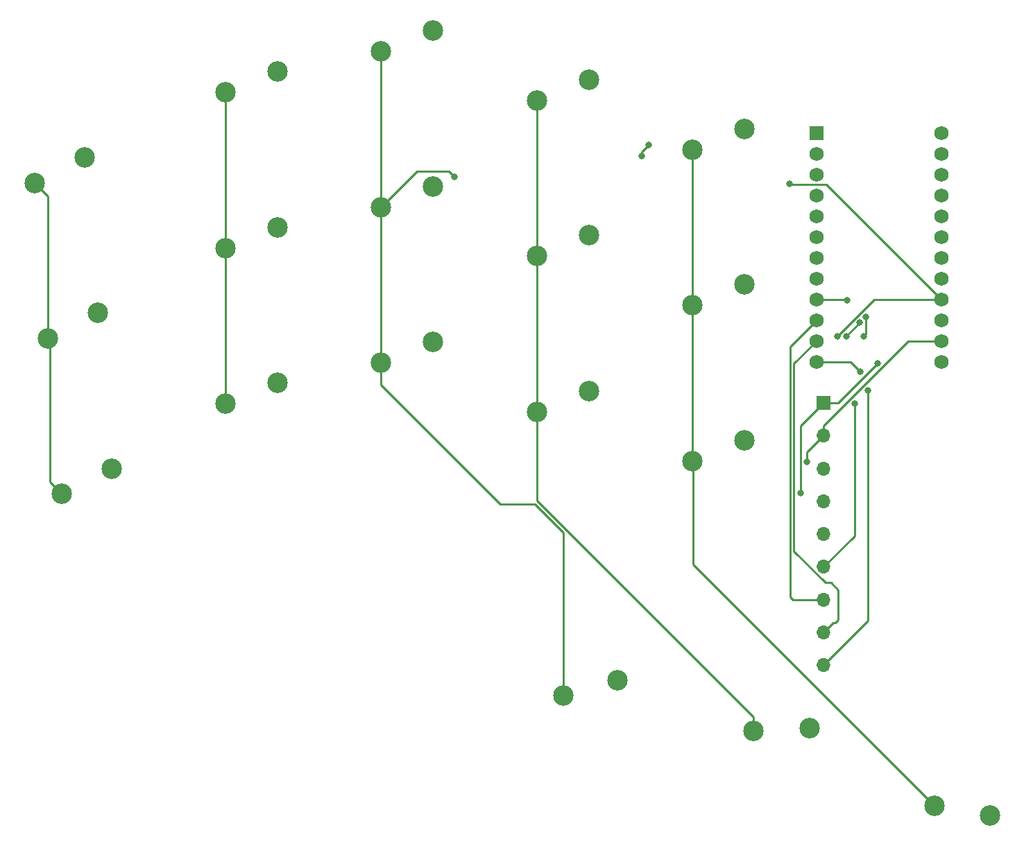
<source format=gbr>
%TF.GenerationSoftware,KiCad,Pcbnew,7.0.7*%
%TF.CreationDate,2023-09-27T07:47:07-06:00*%
%TF.ProjectId,keyboard - left,6b657962-6f61-4726-9420-2d206c656674,rev?*%
%TF.SameCoordinates,Original*%
%TF.FileFunction,Copper,L2,Bot*%
%TF.FilePolarity,Positive*%
%FSLAX46Y46*%
G04 Gerber Fmt 4.6, Leading zero omitted, Abs format (unit mm)*
G04 Created by KiCad (PCBNEW 7.0.7) date 2023-09-27 07:47:07*
%MOMM*%
%LPD*%
G01*
G04 APERTURE LIST*
%TA.AperFunction,ComponentPad*%
%ADD10C,2.500000*%
%TD*%
%TA.AperFunction,ComponentPad*%
%ADD11R,1.700000X1.700000*%
%TD*%
%TA.AperFunction,ComponentPad*%
%ADD12O,1.700000X1.700000*%
%TD*%
%TA.AperFunction,ComponentPad*%
%ADD13R,1.752600X1.752600*%
%TD*%
%TA.AperFunction,ComponentPad*%
%ADD14C,1.752600*%
%TD*%
%TA.AperFunction,ViaPad*%
%ADD15C,0.800000*%
%TD*%
%TA.AperFunction,Conductor*%
%ADD16C,0.250000*%
%TD*%
G04 APERTURE END LIST*
D10*
%TO.P,S8,1,1*%
%TO.N,C3*%
X58037381Y-68063631D03*
%TO.P,S8,2,2*%
%TO.N,Net-(D8-A)*%
X64387381Y-65523631D03*
%TD*%
%TO.P,S11,1,1*%
%TO.N,C4*%
X77037381Y-74063631D03*
%TO.P,S11,2,2*%
%TO.N,Net-(D9-A)*%
X83387381Y-71523631D03*
%TD*%
%TO.P,S2,1,1*%
%TO.N,C1*%
X17394293Y-84076908D03*
%TO.P,S2,2,2*%
%TO.N,Net-(D6-A)*%
X23498753Y-80993134D03*
%TD*%
%TO.P,S5,1,1*%
%TO.N,C2*%
X39037381Y-73063631D03*
%TO.P,S5,2,2*%
%TO.N,Net-(D7-A)*%
X45387381Y-70523631D03*
%TD*%
%TO.P,S6,1,1*%
%TO.N,C2*%
X39037381Y-92063631D03*
%TO.P,S6,2,2*%
%TO.N,Net-(D12-A)*%
X45387381Y-89523631D03*
%TD*%
%TO.P,S1,1,1*%
%TO.N,C1*%
X15757016Y-65107143D03*
%TO.P,S1,2,2*%
%TO.N,Net-(D1-A)*%
X21861476Y-62023369D03*
%TD*%
%TO.P,S7,1,1*%
%TO.N,C3*%
X58037381Y-49063631D03*
%TO.P,S7,2,2*%
%TO.N,Net-(D3-A)*%
X64387381Y-46523631D03*
%TD*%
%TO.P,S16,1,1*%
%TO.N,C3*%
X80318702Y-127667700D03*
%TO.P,S16,2,2*%
%TO.N,Net-(D16-A)*%
X86899418Y-125805370D03*
%TD*%
%TO.P,S10,1,1*%
%TO.N,C4*%
X77037381Y-55063631D03*
%TO.P,S10,2,2*%
%TO.N,Net-(D4-A)*%
X83387381Y-52523631D03*
%TD*%
%TO.P,S18,1,1*%
%TO.N,C5*%
X125590908Y-141162005D03*
%TO.P,S18,2,2*%
%TO.N,Net-(D18-A)*%
X132322008Y-142372951D03*
%TD*%
%TO.P,S4,1,1*%
%TO.N,C2*%
X39037381Y-54063631D03*
%TO.P,S4,2,2*%
%TO.N,Net-(D2-A)*%
X45387381Y-51523631D03*
%TD*%
%TO.P,S17,1,1*%
%TO.N,C4*%
X103485469Y-131999153D03*
%TO.P,S17,2,2*%
%TO.N,Net-(D17-A)*%
X110316455Y-131664894D03*
%TD*%
D11*
%TO.P,J1,1,Pin_1*%
%TO.N,R1*%
X112000000Y-92000000D03*
D12*
%TO.P,J1,2,Pin_2*%
%TO.N,R2*%
X112000000Y-96000000D03*
%TO.P,J1,3,Pin_3*%
%TO.N,R3*%
X112000000Y-100000000D03*
%TO.P,J1,4,Pin_4*%
%TO.N,R4*%
X112000000Y-104000000D03*
%TO.P,J1,5,Pin_5*%
%TO.N,C6*%
X112000000Y-108000000D03*
%TO.P,J1,6,Pin_6*%
%TO.N,C7*%
X112000000Y-112000000D03*
%TO.P,J1,7,Pin_7*%
%TO.N,C8*%
X112000000Y-116000000D03*
%TO.P,J1,8,Pin_8*%
%TO.N,C9*%
X112000000Y-120000000D03*
%TO.P,J1,9,Pin_9*%
%TO.N,C10*%
X112000000Y-124000000D03*
%TD*%
D10*
%TO.P,S3,1,1*%
%TO.N,C1*%
X19042924Y-103065448D03*
%TO.P,S3,2,2*%
%TO.N,Net-(D11-A)*%
X25147384Y-99981674D03*
%TD*%
%TO.P,S14,1,1*%
%TO.N,C5*%
X96037381Y-80063631D03*
%TO.P,S14,2,2*%
%TO.N,Net-(D10-A)*%
X102387381Y-77523631D03*
%TD*%
D13*
%TO.P,U2,1,TX0/PD3*%
%TO.N,C1*%
X111180000Y-59030000D03*
D14*
%TO.P,U2,2,RX1/PD2*%
%TO.N,C2*%
X111180000Y-61570000D03*
%TO.P,U2,3,GND*%
%TO.N,N/C*%
X111180000Y-64110000D03*
%TO.P,U2,4,GND*%
X111180000Y-66650000D03*
%TO.P,U2,5,2/PD1*%
%TO.N,C3*%
X111180000Y-69190000D03*
%TO.P,U2,6,3/PD0*%
%TO.N,C4*%
X111180000Y-71730000D03*
%TO.P,U2,7,4/PD4*%
%TO.N,C5*%
X111180000Y-74270000D03*
%TO.P,U2,8,5/PC6*%
%TO.N,C6*%
X111180000Y-76810000D03*
%TO.P,U2,9,6/PD7*%
%TO.N,C7*%
X111180000Y-79350000D03*
%TO.P,U2,10,7/PE6*%
%TO.N,C8*%
X111180000Y-81890000D03*
%TO.P,U2,11,8/PB4*%
%TO.N,C9*%
X111180000Y-84430000D03*
%TO.P,U2,12,9/PB5*%
%TO.N,C10*%
X111180000Y-86970000D03*
%TO.P,U2,13,10/PB6*%
%TO.N,R1*%
X126420000Y-86970000D03*
%TO.P,U2,14,16/PB2*%
%TO.N,R2*%
X126420000Y-84430000D03*
%TO.P,U2,15,14/PB3*%
%TO.N,R3*%
X126420000Y-81890000D03*
%TO.P,U2,16,15/PB1*%
%TO.N,R4*%
X126420000Y-79350000D03*
%TO.P,U2,17,A0/PF7*%
%TO.N,N/C*%
X126420000Y-76810000D03*
%TO.P,U2,18,A1/PF6*%
X126420000Y-74270000D03*
%TO.P,U2,19,A2/PF5*%
X126420000Y-71730000D03*
%TO.P,U2,20,A3/PF4*%
X126420000Y-69190000D03*
%TO.P,U2,21,VCC*%
X126420000Y-66650000D03*
%TO.P,U2,22,RST*%
%TO.N,unconnected-(U2-RST-Pad22)*%
X126420000Y-64110000D03*
%TO.P,U2,23,GND*%
%TO.N,N/C*%
X126420000Y-61570000D03*
%TO.P,U2,24,B0*%
X126420000Y-59030000D03*
%TD*%
D10*
%TO.P,S13,1,1*%
%TO.N,C5*%
X96037381Y-61063631D03*
%TO.P,S13,2,2*%
%TO.N,Net-(D5-A)*%
X102387381Y-58523631D03*
%TD*%
%TO.P,S12,1,1*%
%TO.N,C4*%
X77037381Y-93063631D03*
%TO.P,S12,2,2*%
%TO.N,Net-(D14-A)*%
X83387381Y-90523631D03*
%TD*%
%TO.P,S9,1,1*%
%TO.N,C3*%
X58037381Y-87063631D03*
%TO.P,S9,2,2*%
%TO.N,Net-(D13-A)*%
X64387381Y-84523631D03*
%TD*%
%TO.P,S15,1,1*%
%TO.N,C5*%
X96037381Y-99063631D03*
%TO.P,S15,2,2*%
%TO.N,Net-(D15-A)*%
X102387381Y-96523631D03*
%TD*%
D15*
%TO.N,R4*%
X113723227Y-83815800D03*
X107900000Y-65250000D03*
%TO.N,R2*%
X109973227Y-99199079D03*
%TO.N,R1*%
X109226189Y-102952041D03*
X118648734Y-87124586D03*
%TO.N,C6*%
X114793887Y-83815800D03*
X116473227Y-82199079D03*
%TO.N,C7*%
X114876065Y-79481467D03*
X115798333Y-92024185D03*
X117223227Y-81449079D03*
X116973227Y-83815800D03*
%TO.N,C10*%
X116522833Y-88199079D03*
X117473227Y-90449079D03*
%TO.N,C1*%
X89873854Y-61798452D03*
X90723227Y-60449079D03*
%TO.N,C3*%
X66973227Y-64373579D03*
%TD*%
D16*
%TO.N,R4*%
X112381300Y-65311300D02*
X126420000Y-79350000D01*
X107900000Y-65250000D02*
X107961300Y-65311300D01*
X118189027Y-79350000D02*
X126420000Y-79350000D01*
X107961300Y-65311300D02*
X112381300Y-65311300D01*
X113723227Y-83815800D02*
X118189027Y-79350000D01*
%TO.N,R2*%
X109973227Y-99199079D02*
X109973227Y-98026773D01*
X112000000Y-96000000D02*
X112000000Y-94797919D01*
X112000000Y-94797919D02*
X122367919Y-84430000D01*
X122367919Y-84430000D02*
X126420000Y-84430000D01*
X109973227Y-98026773D02*
X112000000Y-96000000D01*
%TO.N,R1*%
X109226189Y-94773811D02*
X112000000Y-92000000D01*
X118648734Y-87124586D02*
X113773321Y-92000000D01*
X109226189Y-102952041D02*
X109226189Y-94773811D01*
X113773321Y-92000000D02*
X112000000Y-92000000D01*
%TO.N,C6*%
X114856506Y-83815800D02*
X116473227Y-82199079D01*
X114793887Y-83815800D02*
X114856506Y-83815800D01*
%TO.N,C7*%
X112000000Y-112000000D02*
X115798333Y-108201667D01*
X115798333Y-108201667D02*
X115798333Y-92024185D01*
X117223227Y-83565800D02*
X117223227Y-81449079D01*
X114876065Y-79481467D02*
X114744598Y-79350000D01*
X116973227Y-83815800D02*
X117223227Y-83565800D01*
X114744598Y-79350000D02*
X111180000Y-79350000D01*
%TO.N,C8*%
X108274148Y-116000000D02*
X112000000Y-116000000D01*
X111180000Y-81890000D02*
X107973227Y-85096773D01*
X107973227Y-115699079D02*
X108274148Y-116000000D01*
X107973227Y-85096773D02*
X107973227Y-115699079D01*
%TO.N,C9*%
X108423227Y-110084928D02*
X108423227Y-87186773D01*
X113175000Y-118825000D02*
X113472306Y-118825000D01*
X112287378Y-113949079D02*
X108423227Y-110084928D01*
X113472306Y-118825000D02*
X113848227Y-118449079D01*
X112000000Y-120000000D02*
X113175000Y-118825000D01*
X113848227Y-118449079D02*
X113848227Y-114824079D01*
X112973227Y-113949079D02*
X112287378Y-113949079D01*
X108423227Y-87186773D02*
X111180000Y-84430000D01*
X113848227Y-114824079D02*
X112973227Y-113949079D01*
%TO.N,C10*%
X116522833Y-88199079D02*
X115293754Y-86970000D01*
X117473227Y-118526773D02*
X117473227Y-90449079D01*
X112000000Y-124000000D02*
X117473227Y-118526773D01*
X115293754Y-86970000D02*
X111180000Y-86970000D01*
%TO.N,C1*%
X17394293Y-84076908D02*
X17600501Y-84283116D01*
X15757016Y-65107143D02*
X17394293Y-66744420D01*
X89873854Y-61798452D02*
X89873854Y-61298452D01*
X17600501Y-101623025D02*
X19042924Y-103065448D01*
X17394293Y-66744420D02*
X17394293Y-84076908D01*
X89873854Y-61298452D02*
X90723227Y-60449079D01*
X17600501Y-84283116D02*
X17600501Y-101623025D01*
%TO.N,C2*%
X39037381Y-54063631D02*
X39037381Y-92063631D01*
%TO.N,C3*%
X80318702Y-107818702D02*
X76800000Y-104300000D01*
X66298727Y-63699079D02*
X66973227Y-64373579D01*
X63973227Y-63699079D02*
X66298727Y-63699079D01*
X80318702Y-127667700D02*
X80318702Y-107818702D01*
X62401933Y-63699079D02*
X63973227Y-63699079D01*
X58037381Y-68063631D02*
X62401933Y-63699079D01*
X72600000Y-104300000D02*
X76800000Y-104300000D01*
X58037381Y-87063631D02*
X58037381Y-49063631D01*
X58037381Y-87063631D02*
X58037381Y-89737381D01*
X58037381Y-89737381D02*
X72600000Y-104300000D01*
%TO.N,C4*%
X77037381Y-103900985D02*
X103485469Y-130349073D01*
X77037381Y-55063631D02*
X77037381Y-93063631D01*
X103485469Y-130349073D02*
X103485469Y-131999153D01*
X77037381Y-93063631D02*
X77037381Y-103900985D01*
%TO.N,C5*%
X96100000Y-99126250D02*
X96037381Y-99063631D01*
X96037381Y-99063631D02*
X96037381Y-61063631D01*
X125590908Y-141162005D02*
X96100000Y-111671097D01*
X96100000Y-111671097D02*
X96100000Y-99126250D01*
%TD*%
M02*

</source>
